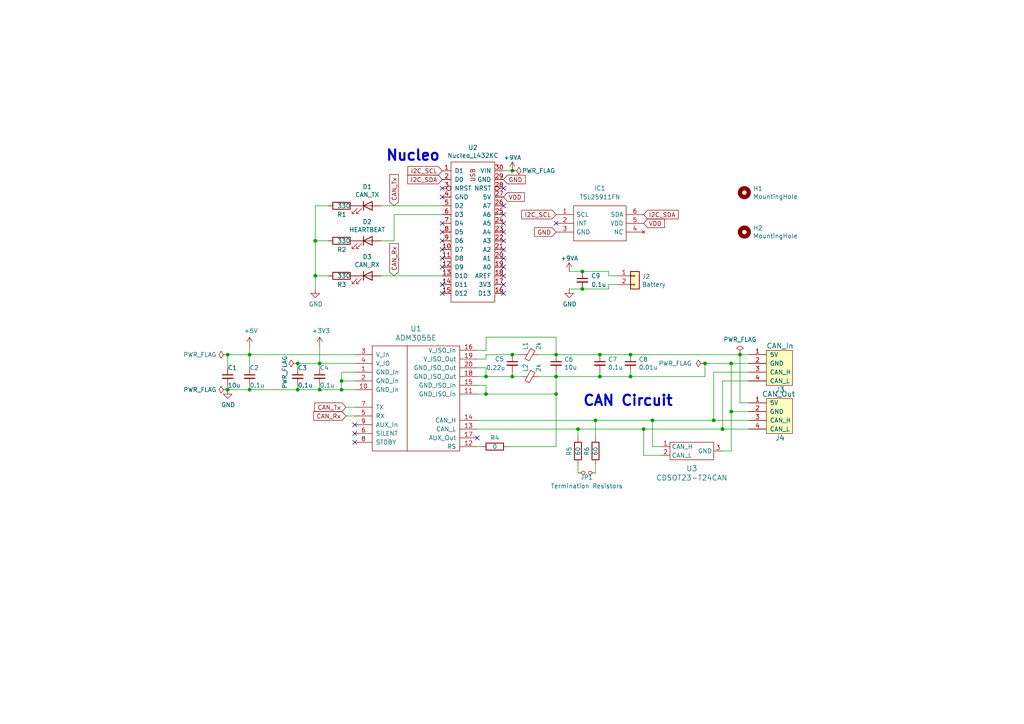
<source format=kicad_sch>
(kicad_sch (version 20211123) (generator eeschema)
  (paper "A4")
  (title_block (title "Standalone Irradiance Board") (date "2021-02-13") (rev "1.0") (company "UTSVT") (comment 1 "Matthew Yu") (comment 2 "Jacob Pustilnik"))
  (lib_symbols
    (symbol "Connector_Generic:Conn_01x02" (pin_names (offset 1.016) hide)
      (property "Reference" "J" (at 0 2.54 0))
      (property "Value" "Conn_01x02" (at 0 -5.08 0))
      (symbol "Conn_01x02_1_1"
        (rectangle (start -1.27 -2.413) (end 0 -2.667) (stroke (width 0.1524)))
        (rectangle (start -1.27 0.127) (end 0 -0.127) (stroke (width 0.1524)))
        (rectangle (start -1.27 1.27) (end 1.27 -3.81) (stroke (width 0.254)) (fill (type background)))
        (pin passive line (at -5.08 0 0) (length 3.81) (name "Pin_1") (number "1"))
        (pin passive line (at -5.08 -2.54 0) (length 3.81) (name "Pin_2") (number "2"))
      )
    )
    (symbol "Device:C_Small" (pin_numbers hide) (pin_names (offset 0.254) hide)
      (property "Reference" "C" (at 0.254 1.778 0))
      (property "Value" "C_Small" (at 0.254 -2.032 0))
      (symbol "C_Small_0_1"
        (polyline (pts (xy -1.524 -0.508) (xy 1.524 -0.508)) (stroke (width 0.3302)))
        (polyline (pts (xy -1.524 0.508) (xy 1.524 0.508)) (stroke (width 0.3048)))
      )
      (symbol "C_Small_1_1"
        (pin passive line (at 0 2.54 270) (length 2.032) (name "~") (number "1"))
        (pin passive line (at 0 -2.54 90) (length 2.032) (name "~") (number "2"))
      )
    )
    (symbol "Device:LED" (pin_numbers hide) (pin_names (offset 1.016) hide)
      (property "Reference" "D" (at 0 2.54 0))
      (property "Value" "LED" (at 0 -2.54 0))
      (symbol "LED_0_1"
        (polyline (pts (xy -1.27 -1.27) (xy -1.27 1.27)) (stroke (width 0.254)))
        (polyline (pts (xy -1.27 0) (xy 1.27 0)))
        (polyline (pts (xy 1.27 -1.27) (xy 1.27 1.27) (xy -1.27 0) (xy 1.27 -1.27)) (stroke (width 0.254)))
        (polyline (pts (xy -3.048 -0.762) (xy -4.572 -2.286) (xy -3.81 -2.286) (xy -4.572 -2.286) (xy -4.572 -1.524)))
        (polyline (pts (xy -1.778 -0.762) (xy -3.302 -2.286) (xy -2.54 -2.286) (xy -3.302 -2.286) (xy -3.302 -1.524)))
      )
      (symbol "LED_1_1"
        (pin passive line (at -3.81 0 0) (length 2.54) (name "K") (number "1"))
        (pin passive line (at 3.81 0 180) (length 2.54) (name "A") (number "2"))
      )
    )
    (symbol "Mechanical:MountingHole" (pin_names (offset 1.016))
      (property "Reference" "H" (at 0 5.08 0))
      (property "Value" "MountingHole" (at 0 3.175 0))
      (symbol "MountingHole_0_1"
        (circle (center 0 0) (radius 1.27) (stroke (width 1.27)))
      )
    )
    (symbol "TSL25911FN:TSL25911FN" (pin_names (offset 0.762))
      (property "Reference" "IC" (at 21.59 7.62 0))
      (property "Value" "TSL25911FN" (at 21.59 5.08 0))
      (symbol "TSL25911FN_0_0"
        (pin passive line (at 0 0 0) (length 5.08) (name "SCL") (number "1"))
        (pin passive line (at 0 -2.54 0) (length 5.08) (name "INT") (number "2"))
        (pin passive line (at 0 -5.08 0) (length 5.08) (name "GND") (number "3"))
        (pin no_connect line (at 25.4 -5.08 180) (length 5.08) (name "NC") (number "4"))
        (pin passive line (at 25.4 -2.54 180) (length 5.08) (name "VDD") (number "5"))
        (pin passive line (at 25.4 0 180) (length 5.08) (name "SDA") (number "6"))
      )
      (symbol "TSL25911FN_0_1"
        (polyline (pts (xy 5.08 2.54) (xy 20.32 2.54) (xy 20.32 -7.62) (xy 5.08 -7.62) (xy 5.08 2.54)) (stroke (width 0.1524)))
      )
    )
    (symbol "irradiance1-rescue:+9VA-MPPT-rescue" (power) (pin_names (offset 0))
      (property "Value" "+9VA-MPPT-rescue" (at 0 3.81 0))
      (symbol "+9VA-MPPT-rescue_0_1"
        (polyline (pts (xy -0.762 1.27) (xy 0 2.54)))
        (polyline (pts (xy 0 0) (xy 0 2.54)))
        (polyline (pts (xy 0 2.54) (xy 0.762 1.27)))
      )
      (symbol "+9VA-MPPT-rescue_1_1"
        (pin power_in line (at 0 0 90) (length 0) hide (name "+9VA") (number "1"))
      )
    )
    (symbol "irradiance1-rescue:ADM3055E-MPPT-rescue" (pin_names (offset 1.016))
      (property "Reference" "U" (at 0 16.51 0))
      (property "Value" "ADM3055E-MPPT-rescue" (at 5.08 -2.54 0))
      (symbol "ADM3055E-MPPT-rescue_0_1"
        (rectangle (start -12.7 15.24) (end 12.7 -15.24))
        (polyline (pts (xy -2.54 15.24) (xy -2.54 -15.24)))
      )
      (symbol "ADM3055E-MPPT-rescue_1_1"
        (pin power_in line (at -17.78 7.62 0) (length 5.08) (name "GND_In") (number "1"))
        (pin power_in line (at -17.78 2.54 0) (length 5.08) (name "GND_In") (number "10"))
        (pin power_in line (at 17.78 1.27 180) (length 5.08) (name "GND_ISO_In") (number "11"))
        (pin input line (at 17.78 -13.97 180) (length 5.08) (name "RS") (number "12"))
        (pin bidirectional line (at 17.78 -8.89 180) (length 5.08) (name "CAN_L") (number "13"))
        (pin bidirectional line (at 17.78 -6.35 180) (length 5.08) (name "CAN_H") (number "14"))
        (pin power_in line (at 17.78 3.81 180) (length 5.08) (name "GND_ISO_In") (number "15"))
        (pin power_in line (at 17.78 13.97 180) (length 5.08) (name "V_ISO_In") (number "16"))
        (pin output line (at 17.78 -11.43 180) (length 5.08) (name "AUX_Out") (number "17"))
        (pin power_out line (at 17.78 6.35 180) (length 5.08) (name "GND_ISO_Out") (number "18"))
        (pin power_out line (at 17.78 11.43 180) (length 5.08) (name "V_ISO_Out") (number "19"))
        (pin power_in line (at -17.78 5.08 0) (length 5.08) (name "GND_In") (number "2"))
        (pin power_out line (at 17.78 8.89 180) (length 5.08) (name "GND_ISO_Out") (number "20"))
        (pin power_in line (at -17.78 12.7 0) (length 5.08) (name "V_In") (number "3"))
        (pin power_in line (at -17.78 10.16 0) (length 5.08) (name "V_IO") (number "4"))
        (pin output line (at -17.78 -5.08 0) (length 5.08) (name "RX") (number "5"))
        (pin input line (at -17.78 -10.16 0) (length 5.08) (name "SILENT") (number "6"))
        (pin input line (at -17.78 -2.54 0) (length 5.08) (name "TX") (number "7"))
        (pin input line (at -17.78 -12.7 0) (length 5.08) (name "STDBY") (number "8"))
        (pin input line (at -17.78 -7.62 0) (length 5.08) (name "AUX_In") (number "9"))
      )
    )
    (symbol "irradiance1-rescue:CANConnector-MPPT-rescue" (pin_names (offset 1.016))
      (property "Reference" "J" (at 0 -6.35 0))
      (property "Value" "CANConnector-MPPT-rescue" (at 0 6.35 0))
      (symbol "CANConnector-MPPT-rescue_0_1"
        (rectangle (start 3.81 5.08) (end -3.81 -5.08) (fill (type background)))
      )
      (symbol "CANConnector-MPPT-rescue_1_1"
        (pin power_in line (at 8.89 3.81 180) (length 5.08) (name "5V") (number "1"))
        (pin power_in line (at 8.89 1.27 180) (length 5.08) (name "GND") (number "2"))
        (pin bidirectional line (at 8.89 -1.27 180) (length 5.08) (name "CAN_H") (number "3"))
        (pin bidirectional line (at 8.89 -3.81 180) (length 5.08) (name "CAN_L") (number "4"))
      )
    )
    (symbol "irradiance1-rescue:CDSOT23-T24CAN-MPPT-rescue"
      (property "Reference" "U3" (at 0 -5.08 0))
      (property "Value" "CDSOT23-T24CAN" (at 0 -7.7724 0))
      (symbol "CDSOT23-T24CAN-MPPT-rescue_0_1"
        (rectangle (start 6.35 2.54) (end -6.35 -2.54))
      )
      (symbol "CDSOT23-T24CAN-MPPT-rescue_1_1"
        (pin passive line (at -8.89 1.27 0) (length 2.54) (name "CAN_H") (number "1"))
        (pin passive line (at -8.89 -1.27 0) (length 2.54) (name "CAN_L") (number "2"))
        (pin passive line (at 8.89 0 180) (length 2.54) (name "GND") (number "3"))
      )
    )
    (symbol "irradiance1-rescue:Ferrite_Bead_Small-Device" (pin_numbers hide) (pin_names (offset 0))
      (property "Reference" "FB" (at 1.905 1.27 0))
      (property "Value" "Ferrite_Bead_Small-Device" (at 1.905 -1.27 0))
      (symbol "Ferrite_Bead_Small-Device_0_1"
        (polyline (pts (xy 0 -1.27) (xy 0 -0.7874)))
        (polyline (pts (xy 0 0.889) (xy 0 1.2954)))
        (polyline (pts (xy -1.8288 0.2794) (xy -1.1176 1.4986) (xy 1.8288 -0.2032) (xy 1.1176 -1.4224) (xy -1.8288 0.2794)))
      )
      (symbol "Ferrite_Bead_Small-Device_1_1"
        (pin passive line (at 0 2.54 270) (length 1.27) (name "~") (number "1"))
        (pin passive line (at 0 -2.54 90) (length 1.27) (name "~") (number "2"))
      )
    )
    (symbol "irradiance1-rescue:Jumper_NO_Small-MPPT-rescue" (pin_numbers hide) (pin_names (offset 0.762) hide)
      (property "Reference" "JP1" (at 0 1.27 0))
      (property "Value" "Termination Resistors" (at -1.27 -6.35 0))
      (symbol "Jumper_NO_Small-MPPT-rescue_0_1"
        (circle (center -1.016 0) (radius 0.508))
        (circle (center 1.016 0) (radius 0.508))
        (pin passive line (at -2.54 0 0) (length 1.016) (name "1") (number "1"))
        (pin passive line (at 2.54 0 180) (length 1.016) (name "2") (number "2"))
      )
    )
    (symbol "irradiance1-rescue:Nucleo_L432KC-Irradiance_board_parts" (pin_names (offset 1.016))
      (property "Reference" "U" (at 0 -43.18 0))
      (property "Value" "Nucleo_L432KC-Irradiance_board_parts" (at 0 0 0))
      (symbol "Nucleo_L432KC-Irradiance_board_parts_0_0"
        (rectangle (start -6.35 -1.27) (end 6.35 -41.91))
        (text "USB" (at 0 -5.08 900) (effects (font (size 1.27 1.27))))
      )
      (symbol "Nucleo_L432KC-Irradiance_board_parts_1_1"
        (pin bidirectional line (at -8.89 -3.81 0) (length 2.54) (name "D1") (number "1"))
        (pin bidirectional line (at -8.89 -26.67 0) (length 2.54) (name "D7") (number "10"))
        (pin bidirectional line (at -8.89 -29.21 0) (length 2.54) (name "D8") (number "11"))
        (pin bidirectional line (at -8.89 -31.75 0) (length 2.54) (name "D9") (number "12"))
        (pin bidirectional line (at -8.89 -34.29 0) (length 2.54) (name "D10") (number "13"))
        (pin bidirectional line (at -8.89 -36.83 0) (length 2.54) (name "D11") (number "14"))
        (pin bidirectional line (at -8.89 -39.37 0) (length 2.54) (name "D12") (number "15"))
        (pin bidirectional line (at 8.89 -39.37 180) (length 2.54) (name "D13") (number "16"))
        (pin power_out line (at 8.89 -36.83 180) (length 2.54) (name "3V3") (number "17"))
        (pin input line (at 8.89 -34.29 180) (length 2.54) (name "AREF") (number "18"))
        (pin bidirectional line (at 8.89 -31.75 180) (length 2.54) (name "A0") (number "19"))
        (pin bidirectional line (at -8.89 -6.35 0) (length 2.54) (name "D0") (number "2"))
        (pin bidirectional line (at 8.89 -29.21 180) (length 2.54) (name "A1") (number "20"))
        (pin bidirectional line (at 8.89 -26.67 180) (length 2.54) (name "A2") (number "21"))
        (pin bidirectional line (at 8.89 -24.13 180) (length 2.54) (name "A3") (number "22"))
        (pin bidirectional line (at 8.89 -21.59 180) (length 2.54) (name "A4") (number "23"))
        (pin bidirectional line (at 8.89 -19.05 180) (length 2.54) (name "A5") (number "24"))
        (pin bidirectional line (at 8.89 -16.51 180) (length 2.54) (name "A6") (number "25"))
        (pin bidirectional line (at 8.89 -13.97 180) (length 2.54) (name "A7") (number "26"))
        (pin output line (at 8.89 -11.43 180) (length 2.54) (name "5V") (number "27"))
        (pin input inverted (at 8.89 -8.89 180) (length 2.54) (name "NRST") (number "28"))
        (pin power_in line (at 8.89 -6.35 180) (length 2.54) (name "GND") (number "29"))
        (pin input inverted (at -8.89 -8.89 0) (length 2.54) (name "NRST") (number "3"))
        (pin power_in line (at 8.89 -3.81 180) (length 2.54) (name "VIN") (number "30"))
        (pin power_in line (at -8.89 -11.43 0) (length 2.54) (name "GND") (number "4"))
        (pin bidirectional line (at -8.89 -13.97 0) (length 2.54) (name "D2") (number "5"))
        (pin bidirectional line (at -8.89 -16.51 0) (length 2.54) (name "D3") (number "6"))
        (pin bidirectional line (at -8.89 -19.05 0) (length 2.54) (name "D4") (number "7"))
        (pin bidirectional line (at -8.89 -21.59 0) (length 2.54) (name "D5") (number "8"))
        (pin bidirectional line (at -8.89 -24.13 0) (length 2.54) (name "D6") (number "9"))
      )
    )
    (symbol "irradiance1-rescue:PWR_FLAG-MPPT-rescue" (power) (pin_numbers hide) (pin_names (offset 0) hide)
      (property "Value" "PWR_FLAG-MPPT-rescue" (at 0 3.81 0))
      (symbol "PWR_FLAG-MPPT-rescue_0_0"
        (pin power_out line (at 0 0 90) (length 0) (name "pwr") (number "1"))
      )
      (symbol "PWR_FLAG-MPPT-rescue_0_1"
        (polyline (pts (xy 0 0) (xy 0 1.27) (xy -1.016 1.905) (xy 0 2.54) (xy 1.016 1.905) (xy 0 1.27)))
      )
    )
    (symbol "irradiance1-rescue:R-MPPT-rescue" (pin_numbers hide) (pin_names (offset 0))
      (property "Reference" "R" (at 2.032 0 90))
      (property "Value" "R-MPPT-rescue" (at 0 0 90))
      (symbol "R-MPPT-rescue_0_1"
        (rectangle (start -1.016 -2.54) (end 1.016 2.54) (stroke (width 0.254)))
      )
      (symbol "R-MPPT-rescue_1_1"
        (pin passive line (at 0 3.81 270) (length 1.27) (name "~") (number "1"))
        (pin passive line (at 0 -3.81 90) (length 1.27) (name "~") (number "2"))
      )
    )
    (symbol "power:+3V3" (power) (pin_names (offset 0))
      (property "Value" "+3V3" (at 0 3.556 0))
      (symbol "+3V3_0_1"
        (polyline (pts (xy -0.762 1.27) (xy 0 2.54)))
        (polyline (pts (xy 0 0) (xy 0 2.54)))
        (polyline (pts (xy 0 2.54) (xy 0.762 1.27)))
      )
      (symbol "+3V3_1_1"
        (pin power_in line (at 0 0 90) (length 0) hide (name "+3V3") (number "1"))
      )
    )
    (symbol "power:+5V" (power) (pin_names (offset 0))
      (property "Value" "+5V" (at 0 3.556 0))
      (symbol "+5V_0_1"
        (polyline (pts (xy -0.762 1.27) (xy 0 2.54)))
        (polyline (pts (xy 0 0) (xy 0 2.54)))
        (polyline (pts (xy 0 2.54) (xy 0.762 1.27)))
      )
      (symbol "+5V_1_1"
        (pin power_in line (at 0 0 90) (length 0) hide (name "+5V") (number "1"))
      )
    )
    (symbol "power:GND" (power) (pin_names (offset 0))
      (property "Value" "GND" (at 0 -3.81 0))
      (symbol "GND_0_1"
        (polyline (pts (xy 0 0) (xy 0 -1.27) (xy 1.27 -1.27) (xy 0 -2.54) (xy -1.27 -1.27) (xy 0 -1.27)))
      )
      (symbol "GND_1_1"
        (pin power_in line (at 0 0 270) (length 0) hide (name "GND") (number "1"))
      )
    )
    (symbol "power:PWR_FLAG" (power) (pin_numbers hide) (pin_names (offset 0) hide)
      (property "Value" "PWR_FLAG" (at 0 3.81 0))
      (symbol "PWR_FLAG_0_0"
        (pin power_out line (at 0 0 90) (length 0) (name "pwr") (number "1"))
      )
      (symbol "PWR_FLAG_0_1"
        (polyline (pts (xy 0 0) (xy 0 1.27) (xy -1.016 1.905) (xy 0 2.54) (xy 1.016 1.905) (xy 0 1.27)))
      )
    )
  )
  (junction (at 148.59 109.22))
  (junction (at 91.44 69.85))
  (junction (at 161.29 109.22))
  (junction (at 148.59 49.53))
  (junction (at 86.36 113.03))
  (junction (at 99.06 113.03))
  (junction (at 66.04 102.87))
  (junction (at 161.29 114.3))
  (junction (at 148.59 102.87))
  (junction (at 212.09 119.38))
  (junction (at 182.88 102.87))
  (junction (at 168.91 78.74))
  (junction (at 72.39 102.87))
  (junction (at 167.64 124.46))
  (junction (at 140.97 114.3))
  (junction (at 168.91 83.82))
  (junction (at 214.63 102.87))
  (junction (at 173.99 109.22))
  (junction (at 92.71 105.41))
  (junction (at 92.71 113.03))
  (junction (at 189.23 121.92))
  (junction (at 66.04 113.03))
  (junction (at 72.39 113.03))
  (junction (at 86.36 105.41))
  (junction (at 207.01 121.92))
  (junction (at 91.44 80.01))
  (junction (at 212.09 105.41))
  (junction (at 99.06 110.49))
  (junction (at 161.29 102.87))
  (junction (at 172.72 121.92))
  (junction (at 182.88 109.22))
  (junction (at 173.99 102.87))
  (junction (at 204.47 105.41))
  (junction (at 140.97 109.22))
  (junction (at 209.55 124.46))
  (junction (at 186.69 124.46))
  (no_connect (at 146.05 77.47))
  (no_connect (at 146.05 82.55))
  (no_connect (at 146.05 54.61))
  (no_connect (at 128.27 77.47))
  (no_connect (at 161.29 64.77))
  (no_connect (at 146.05 64.77))
  (no_connect (at 128.27 74.93))
  (no_connect (at 146.05 59.69))
  (no_connect (at 146.05 67.31))
  (no_connect (at 128.27 72.39))
  (no_connect (at 102.87 128.27))
  (no_connect (at 146.05 69.85))
  (no_connect (at 128.27 67.31))
  (no_connect (at 102.87 123.19))
  (no_connect (at 128.27 82.55))
  (no_connect (at 146.05 80.01))
  (no_connect (at 146.05 62.23))
  (no_connect (at 128.27 64.77))
  (no_connect (at 128.27 57.15))
  (no_connect (at 146.05 72.39))
  (no_connect (at 146.05 74.93))
  (no_connect (at 138.43 127))
  (no_connect (at 128.27 85.09))
  (no_connect (at 128.27 54.61))
  (no_connect (at 128.27 69.85))
  (no_connect (at 102.87 125.73))
  (no_connect (at 146.05 85.09))
  (wire (pts (xy 72.39 113.03) (xy 86.36 113.03)))
  (wire (pts (xy 161.29 109.22) (xy 173.99 109.22)))
  (wire (pts (xy 140.97 104.14) (xy 140.97 102.87)))
  (wire (pts (xy 91.44 80.01) (xy 95.25 80.01)))
  (wire (pts (xy 204.47 109.22) (xy 204.47 105.41)))
  (wire (pts (xy 173.99 109.22) (xy 182.88 109.22)))
  (wire (pts (xy 214.63 116.84) (xy 214.63 102.87)))
  (wire (pts (xy 86.36 106.68) (xy 86.36 105.41)))
  (wire (pts (xy 217.17 110.49) (xy 209.55 110.49)))
  (wire (pts (xy 86.36 105.41) (xy 92.71 105.41)))
  (wire (pts (xy 148.59 109.22) (xy 151.13 109.22)))
  (wire (pts (xy 86.36 111.76) (xy 86.36 113.03)))
  (wire (pts (xy 217.17 107.95) (xy 207.01 107.95)))
  (wire (pts (xy 138.43 106.68) (xy 140.97 106.68)))
  (wire (pts (xy 156.21 102.87) (xy 161.29 102.87)))
  (wire (pts (xy 110.49 59.69) (xy 128.27 59.69)))
  (wire (pts (xy 72.39 113.03) (xy 66.04 113.03)))
  (wire (pts (xy 72.39 102.87) (xy 102.87 102.87)))
  (wire (pts (xy 161.29 109.22) (xy 161.29 107.95)))
  (wire (pts (xy 186.69 124.46) (xy 209.55 124.46)))
  (wire (pts (xy 209.55 124.46) (xy 217.17 124.46)))
  (wire (pts (xy 72.39 111.76) (xy 72.39 113.03)))
  (wire (pts (xy 147.32 129.54) (xy 161.29 129.54)))
  (wire (pts (xy 148.59 107.95) (xy 148.59 109.22)))
  (wire (pts (xy 140.97 101.6) (xy 140.97 97.79)))
  (wire (pts (xy 91.44 69.85) (xy 91.44 80.01)))
  (wire (pts (xy 191.77 132.08) (xy 186.69 132.08)))
  (wire (pts (xy 212.09 130.81) (xy 212.09 119.38)))
  (wire (pts (xy 176.53 80.01) (xy 179.07 80.01)))
  (wire (pts (xy 161.29 109.22) (xy 161.29 114.3)))
  (wire (pts (xy 91.44 80.01) (xy 91.44 83.82)))
  (wire (pts (xy 212.09 105.41) (xy 217.17 105.41)))
  (wire (pts (xy 204.47 105.41) (xy 212.09 105.41)))
  (wire (pts (xy 176.53 82.55) (xy 176.53 83.82)))
  (wire (pts (xy 92.71 105.41) (xy 92.71 106.68)))
  (wire (pts (xy 186.69 124.46) (xy 186.69 132.08)))
  (wire (pts (xy 138.43 111.76) (xy 140.97 111.76)))
  (wire (pts (xy 86.36 113.03) (xy 92.71 113.03)))
  (wire (pts (xy 214.63 102.87) (xy 217.17 102.87)))
  (wire (pts (xy 110.49 69.85) (xy 114.3 69.85)))
  (wire (pts (xy 138.43 109.22) (xy 140.97 109.22)))
  (wire (pts (xy 148.59 102.87) (xy 151.13 102.87)))
  (wire (pts (xy 161.29 97.79) (xy 140.97 97.79)))
  (wire (pts (xy 161.29 129.54) (xy 161.29 114.3)))
  (wire (pts (xy 165.1 83.82) (xy 168.91 83.82)))
  (wire (pts (xy 138.43 124.46) (xy 167.64 124.46)))
  (wire (pts (xy 140.97 114.3) (xy 138.43 114.3)))
  (wire (pts (xy 209.55 110.49) (xy 209.55 124.46)))
  (wire (pts (xy 182.88 102.87) (xy 214.63 102.87)))
  (wire (pts (xy 207.01 121.92) (xy 217.17 121.92)))
  (wire (pts (xy 179.07 82.55) (xy 176.53 82.55)))
  (wire (pts (xy 138.43 104.14) (xy 140.97 104.14)))
  (wire (pts (xy 140.97 114.3) (xy 161.29 114.3)))
  (wire (pts (xy 110.49 80.01) (xy 128.27 80.01)))
  (wire (pts (xy 182.88 109.22) (xy 204.47 109.22)))
  (wire (pts (xy 209.55 130.81) (xy 212.09 130.81)))
  (wire (pts (xy 168.91 78.74) (xy 176.53 78.74)))
  (wire (pts (xy 138.43 101.6) (xy 140.97 101.6)))
  (wire (pts (xy 102.87 110.49) (xy 99.06 110.49)))
  (wire (pts (xy 189.23 129.54) (xy 191.77 129.54)))
  (wire (pts (xy 140.97 109.22) (xy 148.59 109.22)))
  (wire (pts (xy 189.23 121.92) (xy 207.01 121.92)))
  (wire (pts (xy 91.44 69.85) (xy 95.25 69.85)))
  (wire (pts (xy 72.39 102.87) (xy 72.39 106.68)))
  (wire (pts (xy 167.64 137.16) (xy 167.64 134.62)))
  (wire (pts (xy 217.17 119.38) (xy 212.09 119.38)))
  (wire (pts (xy 66.04 102.87) (xy 72.39 102.87)))
  (wire (pts (xy 92.71 113.03) (xy 99.06 113.03)))
  (wire (pts (xy 102.87 113.03) (xy 99.06 113.03)))
  (wire (pts (xy 140.97 111.76) (xy 140.97 114.3)))
  (wire (pts (xy 148.59 49.53) (xy 146.05 49.53)))
  (wire (pts (xy 165.1 78.74) (xy 168.91 78.74)))
  (wire (pts (xy 156.21 109.22) (xy 161.29 109.22)))
  (wire (pts (xy 91.44 59.69) (xy 91.44 69.85)))
  (wire (pts (xy 176.53 78.74) (xy 176.53 80.01)))
  (wire (pts (xy 92.71 105.41) (xy 102.87 105.41)))
  (wire (pts (xy 114.3 62.23) (xy 114.3 69.85)))
  (wire (pts (xy 99.06 107.95) (xy 99.06 110.49)))
  (wire (pts (xy 92.71 111.76) (xy 92.71 113.03)))
  (wire (pts (xy 172.72 121.92) (xy 189.23 121.92)))
  (wire (pts (xy 167.64 124.46) (xy 167.64 127)))
  (wire (pts (xy 212.09 119.38) (xy 212.09 105.41)))
  (wire (pts (xy 102.87 120.65) (xy 100.33 120.65)))
  (wire (pts (xy 161.29 102.87) (xy 173.99 102.87)))
  (wire (pts (xy 172.72 121.92) (xy 172.72 127)))
  (wire (pts (xy 217.17 116.84) (xy 214.63 116.84)))
  (wire (pts (xy 189.23 121.92) (xy 189.23 129.54)))
  (wire (pts (xy 207.01 107.95) (xy 207.01 121.92)))
  (wire (pts (xy 161.29 102.87) (xy 161.29 97.79)))
  (wire (pts (xy 72.39 100.33) (xy 72.39 102.87)))
  (wire (pts (xy 173.99 109.22) (xy 173.99 107.95)))
  (wire (pts (xy 167.64 124.46) (xy 186.69 124.46)))
  (wire (pts (xy 182.88 107.95) (xy 182.88 109.22)))
  (wire (pts (xy 102.87 118.11) (xy 100.33 118.11)))
  (wire (pts (xy 140.97 106.68) (xy 140.97 109.22)))
  (wire (pts (xy 91.44 59.69) (xy 95.25 59.69)))
  (wire (pts (xy 102.87 107.95) (xy 99.06 107.95)))
  (wire (pts (xy 172.72 137.16) (xy 172.72 134.62)))
  (wire (pts (xy 140.97 102.87) (xy 148.59 102.87)))
  (wire (pts (xy 66.04 113.03) (xy 66.04 111.76)))
  (wire (pts (xy 138.43 121.92) (xy 172.72 121.92)))
  (wire (pts (xy 173.99 102.87) (xy 182.88 102.87)))
  (wire (pts (xy 114.3 62.23) (xy 128.27 62.23)))
  (wire (pts (xy 99.06 110.49) (xy 99.06 113.03)))
  (wire (pts (xy 168.91 83.82) (xy 176.53 83.82)))
  (wire (pts (xy 66.04 106.68) (xy 66.04 102.87)))
  (wire (pts (xy 138.43 129.54) (xy 139.7 129.54)))
  (wire (pts (xy 92.71 100.33) (xy 92.71 105.41)))
  (text "CAN Circuit" (at 168.91 118.11 0) (effects (font (size 2.9972 2.9972) (thickness 0.5994) bold) (justify left bottom)))
  (text "Nucleo" (at 111.76 46.99 0) (effects (font (size 2.9972 2.9972) (thickness 0.5994) bold) (justify left bottom)))
  (global_label "CAN_Tx" (shape input) (at 114.3 59.69 90) (property "Intersheet References" "${INTERSHEET_REFS}" (effects hide)))
  (global_label "CAN_Rx" (shape input) (at 114.3 80.01 90) (property "Intersheet References" "${INTERSHEET_REFS}" (effects hide)))
  (global_label "GND" (shape input) (at 146.05 52.07 0) (property "Intersheet References" "${INTERSHEET_REFS}" (effects hide)))
  (global_label "GND" (shape input) (at 161.29 67.31 180) (property "Intersheet References" "${INTERSHEET_REFS}" (effects hide)))
  (global_label "VDD" (shape input) (at 146.05 57.15 0) (property "Intersheet References" "${INTERSHEET_REFS}" (effects hide)))
  (global_label "I2C_SCL" (shape input) (at 128.27 49.53 180) (property "Intersheet References" "${INTERSHEET_REFS}" (effects hide)))
  (global_label "CAN_Tx" (shape input) (at 100.33 118.11 180) (property "Intersheet References" "${INTERSHEET_REFS}" (effects hide)))
  (global_label "I2C_SCL" (shape input) (at 161.29 62.23 180) (property "Intersheet References" "${INTERSHEET_REFS}" (effects hide)))
  (global_label "VDD" (shape input) (at 186.69 64.77 0) (property "Intersheet References" "${INTERSHEET_REFS}" (effects hide)))
  (global_label "CAN_Rx" (shape input) (at 100.33 120.65 180) (property "Intersheet References" "${INTERSHEET_REFS}" (effects hide)))
  (global_label "I2C_SDA" (shape input) (at 186.69 62.23 0) (property "Intersheet References" "${INTERSHEET_REFS}" (effects hide)))
  (global_label "I2C_SDA" (shape input) (at 128.27 52.07 180) (property "Intersheet References" "${INTERSHEET_REFS}" (effects hide)))
  (symbol (lib_id "power:+5V") (at 72.39 100.33 0) (unit 1)
    (property "Reference" "#PWR02" (effects hide))
    (property "Value" "+5V" (at 72.771 95.9358 0))
  )
  (symbol (lib_id "power:+3V3") (at 92.71 100.33 0) (unit 1)
    (property "Reference" "#PWR04" (effects hide))
    (property "Value" "+3V3" (at 93.091 95.9358 0))
  )
  (symbol (lib_id "power:GND") (at 66.04 113.03 0) (unit 1)
    (property "Reference" "#PWR01" (effects hide))
    (property "Value" "GND" (at 66.167 117.4242 0))
  )
  (symbol (lib_id "irradiance1-rescue:ADM3055E-MPPT-rescue") (at 120.65 115.57 0) (unit 1)
    (property "Reference" "U1" (at 120.65 95.3262 0) (effects (font (size 1.524 1.524))))
    (property "Value" "ADM3055E" (at 120.65 98.0186 0) (effects (font (size 1.524 1.524))))
    (property "Footprint" "irradianceboard:ADM3055EBRIZ" (effects hide))
    (property "Datasheet" "https://www.mouser.com/datasheet/2/609/ADM3055E_3057E-1509677.pdf" (effects hide))
  )
  (symbol (lib_id "Device:C_Small") (at 66.04 109.22 0) (unit 1)
    (property "Reference" "C1" (at 66.04 106.68 0) (effects (justify left)))
    (property "Value" "10u" (at 66.04 111.76 0) (effects (justify left)))
    (property "Footprint" "Capacitor_SMD:C_0402_1005Metric_Pad0.74x0.62mm_HandSolder" (effects hide))
    (property "Datasheet" "https://www.mouser.com/datasheet/2/281/1/GRM155R61A106ME11_01A-1983731.pdf" (effects hide))
  )
  (symbol (lib_id "Device:C_Small") (at 72.39 109.22 0) (unit 1)
    (property "Reference" "C2" (at 72.39 106.68 0) (effects (justify left)))
    (property "Value" "0.1u" (at 72.39 111.76 0) (effects (justify left)))
    (property "Footprint" "Capacitor_SMD:C_0402_1005Metric_Pad0.74x0.62mm_HandSolder" (effects hide))
    (property "Datasheet" "https://www.mouser.com/datasheet/2/281/1/GRM155R71C104KA88_01A-1983926.pdf" (effects hide))
  )
  (symbol (lib_id "Device:C_Small") (at 86.36 109.22 0) (unit 1)
    (property "Reference" "C3" (at 86.36 106.68 0) (effects (justify left)))
    (property "Value" "0.1u" (at 86.36 111.76 0) (effects (justify left)))
    (property "Footprint" "Capacitor_SMD:C_0402_1005Metric_Pad0.74x0.62mm_HandSolder" (effects hide))
    (property "Datasheet" "https://www.mouser.com/datasheet/2/281/1/GRM155R71C104KA88_01A-1983926.pdf" (effects hide))
  )
  (symbol (lib_id "Device:C_Small") (at 92.71 109.22 0) (unit 1)
    (property "Reference" "C4" (at 92.71 106.68 0) (effects (justify left)))
    (property "Value" "0.1u" (at 92.71 111.76 0) (effects (justify left)))
    (property "Footprint" "Capacitor_SMD:C_0402_1005Metric_Pad0.74x0.62mm_HandSolder" (effects hide))
    (property "Datasheet" "https://www.mouser.com/datasheet/2/281/1/GRM155R71C104KA88_01A-1983926.pdf" (effects hide))
  )
  (symbol (lib_id "irradiance1-rescue:Nucleo_L432KC-Irradiance_board_parts") (at 137.16 45.72 0) (unit 1)
    (property "Reference" "U2" (at 137.16 42.799 0))
    (property "Value" "Nucleo_L432KC" (at 137.16 45.1104 0))
    (property "Footprint" "irradianceboard:MODULE_NUCLEO-L432KC" (effects hide))
    (property "Datasheet" "https://www.mouser.com/pdfDocs/nucleo-l432kc.pdf" (effects hide))
  )
  (symbol (lib_id "Device:LED") (at 106.68 59.69 0) (unit 1)
    (property "Reference" "D1" (at 106.5022 54.1782 0))
    (property "Value" "CAN_TX" (at 106.5022 56.4896 0))
    (property "Footprint" "irradianceboard:SM0402GC" (effects hide))
    (property "Datasheet" "https://www.mouser.com/datasheet/2/50/SM0402BWC-3001603.pdf" (effects hide))
  )
  (symbol (lib_id "Device:LED") (at 106.68 80.01 0) (unit 1)
    (property "Reference" "D3" (at 106.5022 74.4982 0))
    (property "Value" "CAN_RX" (at 106.5022 76.8096 0))
    (property "Footprint" "irradianceboard:SM0402GC" (effects hide))
    (property "Datasheet" "https://www.mouser.com/datasheet/2/50/SM0402BWC-3001603.pdf" (effects hide))
  )
  (symbol (lib_id "Device:LED") (at 106.68 69.85 0) (unit 1)
    (property "Reference" "D2" (at 106.5022 64.3382 0))
    (property "Value" "HEARTBEAT" (at 106.5022 66.6496 0))
    (property "Footprint" "irradianceboard:SM0402GC" (effects hide))
    (property "Datasheet" "https://www.mouser.com/datasheet/2/50/SM0402BWC-3001603.pdf" (effects hide))
  )
  (symbol (lib_id "power:GND") (at 91.44 83.82 0) (unit 1)
    (property "Reference" "#PWR03" (effects hide))
    (property "Value" "GND" (at 91.567 88.2142 0))
  )
  (symbol (lib_id "Device:C_Small") (at 148.59 105.41 0) (unit 1)
    (property "Reference" "C5" (at 143.51 104.14 0) (effects (justify left)))
    (property "Value" "0.22u" (at 140.97 106.68 0) (effects (justify left)))
    (property "Footprint" "Capacitor_SMD:C_0402_1005Metric_Pad0.74x0.62mm_HandSolder" (effects hide))
    (property "Datasheet" "https://www.mouser.com/datasheet/2/281/1/GRM152R60J224ME19_01A-1982135.pdf" (effects hide))
  )
  (symbol (lib_id "Device:C_Small") (at 161.29 105.41 0) (unit 1)
    (property "Reference" "C6" (at 163.6268 104.2416 0) (effects (justify left)))
    (property "Value" "10u" (at 163.6268 106.553 0) (effects (justify left)))
    (property "Footprint" "Capacitor_SMD:C_0402_1005Metric_Pad0.74x0.62mm_HandSolder" (effects hide))
    (property "Datasheet" "https://www.mouser.com/datasheet/2/281/1/GRM155R61A106ME11_01A-1983731.pdf" (effects hide))
  )
  (symbol (lib_id "Device:C_Small") (at 173.99 105.41 0) (unit 1)
    (property "Reference" "C7" (at 176.3268 104.2416 0) (effects (justify left)))
    (property "Value" "0.1u" (at 176.3268 106.553 0) (effects (justify left)))
    (property "Footprint" "Capacitor_SMD:C_0402_1005Metric_Pad0.74x0.62mm_HandSolder" (effects hide))
    (property "Datasheet" "https://www.mouser.com/datasheet/2/281/1/GRM155R71C104KA88_01A-1983926.pdf" (effects hide))
  )
  (symbol (lib_id "Device:C_Small") (at 182.88 105.41 0) (unit 1)
    (property "Reference" "C8" (at 185.2168 104.2416 0) (effects (justify left)))
    (property "Value" "0.01u" (at 185.2168 106.553 0) (effects (justify left)))
    (property "Footprint" "Capacitor_SMD:C_0402_1005Metric_Pad0.74x0.62mm_HandSolder" (effects hide))
    (property "Datasheet" "https://www.mouser.com/datasheet/2/281/1/GRT155R71H103KE01_01-1989288.pdf" (effects hide))
  )
  (symbol (lib_id "irradiance1-rescue:Ferrite_Bead_Small-Device") (at 153.67 102.87 270) (unit 1)
    (property "Reference" "L1" (at 152.4 100.33 0))
    (property "Value" "2k" (at 156.21 100.33 0))
    (property "Footprint" "Inductor_SMD:L_0603_1608Metric_Pad1.05x0.95mm_HandSolder" (effects hide))
    (property "Datasheet" "https://product.tdk.com/system/files/dam/doc/product/emc/emc/beads/catalog/beads_commercial_signal_mmz1608_en.pdf" (effects hide))
  )
  (symbol (lib_id "irradiance1-rescue:R-MPPT-rescue") (at 172.72 130.81 180) (unit 1)
    (property "Reference" "R6" (at 170.18 129.54 90) (effects (justify left)))
    (property "Value" "60" (at 172.72 129.54 90) (effects (justify left)))
    (property "Footprint" "Resistor_SMD:R_0402_1005Metric_Pad0.72x0.64mm_HandSolder" (effects hide))
    (property "Datasheet" "https://www.mouser.com/datasheet/2/315/AOA0000C331-1141874.pdf" (effects hide))
  )
  (symbol (lib_id "irradiance1-rescue:R-MPPT-rescue") (at 167.64 130.81 180) (unit 1)
    (property "Reference" "R5" (at 165.1 129.54 90) (effects (justify left)))
    (property "Value" "60" (at 167.64 129.54 90) (effects (justify left)))
    (property "Footprint" "Resistor_SMD:R_0402_1005Metric_Pad0.72x0.64mm_HandSolder" (effects hide))
    (property "Datasheet" "https://www.mouser.com/datasheet/2/315/AOA0000C331-1141874.pdf" (effects hide))
  )
  (symbol (lib_id "irradiance1-rescue:Ferrite_Bead_Small-Device") (at 153.67 109.22 270) (unit 1)
    (property "Reference" "L2" (at 152.4 106.68 0))
    (property "Value" "2k" (at 156.21 106.68 0))
    (property "Footprint" "Inductor_SMD:L_0603_1608Metric_Pad1.05x0.95mm_HandSolder" (effects hide))
    (property "Datasheet" "https://product.tdk.com/system/files/dam/doc/product/emc/emc/beads/catalog/beads_commercial_signal_mmz1608_en.pdf" (effects hide))
  )
  (symbol (lib_id "irradiance1-rescue:CANConnector-MPPT-rescue") (at 226.06 106.68 0) (mirror y) (unit 1)
    (property "Reference" "J3" (at 224.79 113.03 0) (effects (font (size 1.524 1.524)) (justify right)))
    (property "Value" "CAN_In" (at 222.25 100.33 0) (effects (font (size 1.524 1.524)) (justify right)))
    (property "Footprint" "irradianceboard:Molex_Micro-Fit_3.0_43650-0415_1x04_P3.00mm_Vertical" (effects hide))
  )
  (symbol (lib_id "irradiance1-rescue:CANConnector-MPPT-rescue") (at 226.06 120.65 0) (mirror y) (unit 1)
    (property "Reference" "J4" (at 224.79 127 0) (effects (font (size 1.524 1.524)) (justify right)))
    (property "Value" "CAN_Out" (at 220.98 114.3 0) (effects (font (size 1.524 1.524)) (justify right)))
    (property "Footprint" "irradianceboard:Molex_Micro-Fit_3.0_43650-0415_1x04_P3.00mm_Vertical" (effects hide))
  )
  (symbol (lib_id "irradiance1-rescue:CDSOT23-T24CAN-MPPT-rescue") (at 200.66 130.81 0) (unit 1)
    (property "Reference" "U3" (at 200.66 135.89 0) (effects (font (size 1.524 1.524))))
    (property "Value" "CDSOT23-T24CAN" (at 200.66 138.5824 0) (effects (font (size 1.524 1.524))))
    (property "Footprint" "TO_SOT_Packages_SMD:SOT-23" (effects hide))
    (property "Datasheet" "https://www.bourns.com/docs/Product-Datasheets/CDSOT23-T24CAN.pdf" (effects hide))
  )
  (symbol (lib_id "irradiance1-rescue:R-MPPT-rescue") (at 143.51 129.54 270) (unit 1)
    (property "Reference" "R4" (at 143.51 127 90))
    (property "Value" "0" (at 143.51 129.54 90))
    (property "Footprint" "Resistor_SMD:R_0402_1005Metric_Pad0.72x0.64mm_HandSolder" (effects hide))
    (property "Datasheet" "https://www.mouser.com/datasheet/2/427/crcwce3-1762584.pdf" (effects hide))
  )
  (symbol (lib_id "irradiance1-rescue:Jumper_NO_Small-MPPT-rescue") (at 170.18 137.16 180) (unit 1)
    (property "Reference" "JP1" (at 170.18 138.43 0))
    (property "Value" "Termination Resistors" (at 170.18 140.97 0))
    (property "Footprint" "Connector_PinHeader_2.54mm:PinHeader_1x02_P2.54mm_Vertical" (effects hide))
  )
  (symbol (lib_id "Mechanical:MountingHole") (at 215.9 55.88 0) (unit 1)
    (property "Reference" "H1" (at 218.44 54.7116 0) (effects (justify left)))
    (property "Value" "MountingHole" (at 218.44 57.023 0) (effects (justify left)))
    (property "Footprint" "Mounting_Holes:MountingHole_2.2mm_M2" (effects hide))
  )
  (symbol (lib_id "Mechanical:MountingHole") (at 215.9 67.31 0) (unit 1)
    (property "Reference" "H2" (at 218.44 66.1416 0) (effects (justify left)))
    (property "Value" "MountingHole" (at 218.44 68.453 0) (effects (justify left)))
    (property "Footprint" "Mounting_Holes:MountingHole_2.2mm_M2" (effects hide))
  )
  (symbol (lib_id "power:PWR_FLAG") (at 214.63 102.87 0) (unit 1)
    (property "Reference" "#FLG07" (effects hide))
    (property "Value" "PWR_FLAG" (at 214.63 98.4758 0))
  )
  (symbol (lib_id "Connector_Generic:Conn_01x02") (at 184.15 80.01 0) (unit 1)
    (property "Reference" "J2" (at 186.182 80.2132 0) (effects (justify left)))
    (property "Value" "Battery" (at 186.182 82.5246 0) (effects (justify left)))
    (property "Footprint" "Connectors_Molex:Molex_KK-6410-02_02x2.54mm_Straight" (effects hide))
  )
  (symbol (lib_id "power:GND") (at 165.1 83.82 0) (unit 1)
    (property "Reference" "#PWR07" (effects hide))
    (property "Value" "GND" (at 165.227 88.2142 0))
  )
  (symbol (lib_id "irradiance1-rescue:+9VA-MPPT-rescue") (at 165.1 78.74 0) (unit 1)
    (property "Reference" "#PWR06" (effects hide))
    (property "Value" "+9VA" (at 162.56 74.93 0) (effects (justify left)))
  )
  (symbol (lib_id "Device:C_Small") (at 168.91 81.28 0) (unit 1)
    (property "Reference" "C9" (at 171.45 80.01 0) (effects (justify left)))
    (property "Value" "0.1u" (at 171.45 82.55 0) (effects (justify left)))
    (property "Footprint" "Capacitor_SMD:C_0402_1005Metric_Pad0.74x0.62mm_HandSolder" (effects hide))
    (property "Datasheet" "https://www.mouser.com/datasheet/2/281/1/GRM155R71C104KA88_01A-1983926.pdf" (effects hide))
  )
  (symbol (lib_id "power:PWR_FLAG") (at 66.04 113.03 90) (unit 1)
    (property "Reference" "#FLG02" (effects hide))
    (property "Value" "PWR_FLAG" (at 62.8142 113.03 90) (effects (justify left)))
  )
  (symbol (lib_id "TSL25911FN:TSL25911FN") (at 161.29 62.23 0) (unit 1)
    (property "Reference" "IC1" (at 173.99 54.61 0))
    (property "Value" "TSL25911FN" (at 173.99 57.15 0))
    (property "Footprint" "irradianceboard:TSL25911FN" (effects hide))
    (property "Datasheet" "http://ams.com/documents/20143/36005/TSL2591_DS000338_6-00.pdf" (effects hide))
    (property "Description" "Sensitivity Ambient Light Sensor DFN6" (effects hide))
    (property "Height" "0" (effects hide))
    (property "Mouser Part Number" "985-TSL25911FN" (effects hide))
    (property "Mouser Price/Stock" "https://www.mouser.co.uk/ProductDetail/ams/TSL25911FN?qs=6irNfxKJ9AaiNMbaQmyIug%3D%3D" (effects hide))
    (property "Manufacturer_Name" "ams" (effects hide))
    (property "Manufacturer_Part_Number" "TSL25911FN" (effects hide))
  )
  (symbol (lib_id "irradiance1-rescue:+9VA-MPPT-rescue") (at 148.59 49.53 0) (unit 1)
    (property "Reference" "#PWR05" (effects hide))
    (property "Value" "+9VA" (at 146.05 45.72 0) (effects (justify left)))
  )
  (symbol (lib_id "power:PWR_FLAG") (at 86.36 105.41 90) (unit 1)
    (property "Reference" "#FLG03" (effects hide))
    (property "Value" "PWR_FLAG" (at 82.55 107.95 0))
  )
  (symbol (lib_id "irradiance1-rescue:R-MPPT-rescue") (at 99.06 80.01 270) (unit 1)
    (property "Reference" "R3" (at 97.79 82.55 90) (effects (justify left)))
    (property "Value" "330" (at 97.79 80.01 90) (effects (justify left)))
    (property "Footprint" "Resistor_SMD:R_0402_1005Metric_Pad0.72x0.64mm_HandSolder" (effects hide))
    (property "Datasheet" "https://www.mouser.com/datasheet/2/427/rcse3-1761771.pdf" (effects hide))
  )
  (symbol (lib_id "power:PWR_FLAG") (at 66.04 102.87 90) (unit 1)
    (property "Reference" "#FLG01" (effects hide))
    (property "Value" "PWR_FLAG" (at 62.8142 102.87 90) (effects (justify left)))
  )
  (symbol (lib_id "irradiance1-rescue:PWR_FLAG-MPPT-rescue") (at 148.59 49.53 270) (unit 1)
    (property "Reference" "#FLG04" (effects hide))
    (property "Value" "PWR_FLAG" (at 156.21 49.53 90))
  )
  (symbol (lib_id "irradiance1-rescue:R-MPPT-rescue") (at 99.06 69.85 270) (unit 1)
    (property "Reference" "R2" (at 97.79 72.39 90) (effects (justify left)))
    (property "Value" "330" (at 97.79 69.85 90) (effects (justify left)))
    (property "Footprint" "Resistor_SMD:R_0402_1005Metric_Pad0.72x0.64mm_HandSolder" (effects hide))
    (property "Datasheet" "https://www.mouser.com/datasheet/2/427/rcse3-1761771.pdf" (effects hide))
  )
  (symbol (lib_id "irradiance1-rescue:R-MPPT-rescue") (at 99.06 59.69 270) (unit 1)
    (property "Reference" "R1" (at 97.79 62.23 90) (effects (justify left)))
    (property "Value" "330" (at 97.79 59.69 90) (effects (justify left)))
    (property "Footprint" "Resistor_SMD:R_0402_1005Metric_Pad0.72x0.64mm_HandSolder" (effects hide))
    (property "Datasheet" "https://www.mouser.com/datasheet/2/427/rcse3-1761771.pdf" (effects hide))
  )
  (symbol (lib_id "power:PWR_FLAG") (at 204.47 105.41 90) (unit 1)
    (property "Reference" "#FLG06" (effects hide))
    (property "Value" "PWR_FLAG" (at 200.66 105.41 90) (effects (justify left)))
  )
)
</source>
